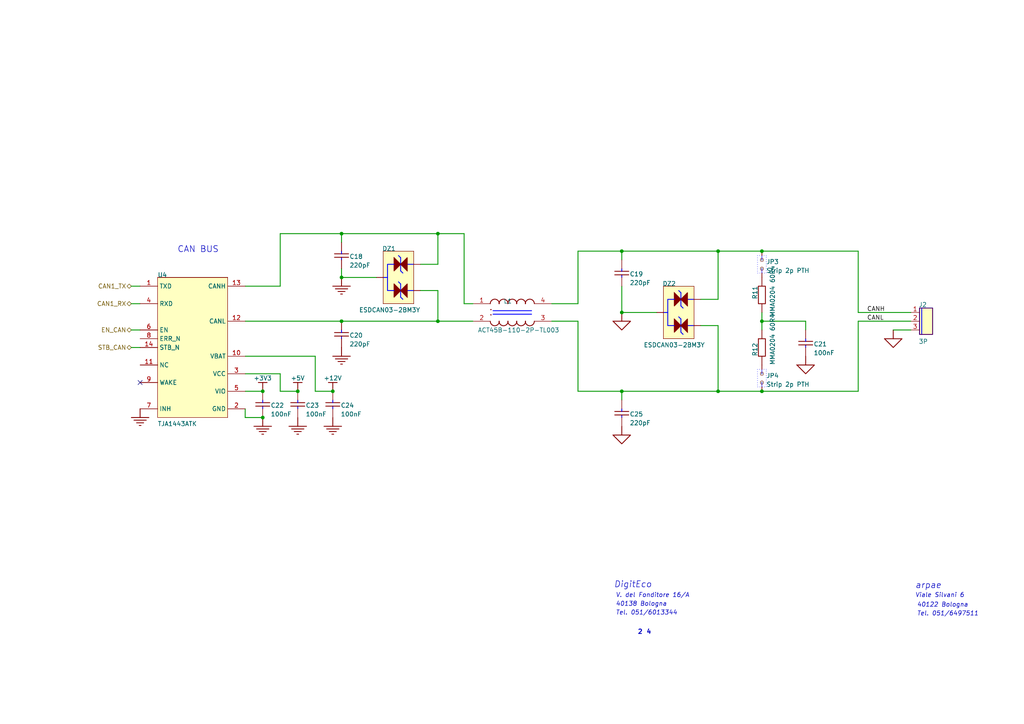
<source format=kicad_sch>
(kicad_sch (version 20230121) (generator eeschema)
  (paper "A4")
  (title_block (title "Stima V4-Power") (rev "1.0"))
  (lib_symbols
    (symbol "Stima V4 Power-altium-import:+12V" (power)
      (property "Reference" "#PWR" (at 0 0 0))
      (property "Value" "+12V" (at 0 3.81 0))
      (symbol "+12V_0_0"
        (polyline (pts (xy -1.27 -2.54) (xy 1.27 -2.54)) (stroke (width 0.254)))
        (polyline (pts (xy 0 0) (xy 0 -2.54)) (stroke (width 0.254)))
        (pin power_in line (at 0 0 0) (length 0) hide (name "+12V") (number ""))
      )
    )
    (symbol "Stima V4 Power-altium-import:+3V3" (power)
      (property "Reference" "#PWR" (at 0 0 0))
      (property "Value" "+3V3" (at 0 3.81 0))
      (symbol "+3V3_0_0"
        (polyline (pts (xy -1.27 -2.54) (xy 1.27 -2.54)) (stroke (width 0.254)))
        (polyline (pts (xy 0 0) (xy 0 -2.54)) (stroke (width 0.254)))
        (pin power_in line (at 0 0 0) (length 0) hide (name "+3V3") (number ""))
      )
    )
    (symbol "Stima V4 Power-altium-import:+5V" (power)
      (property "Reference" "#PWR" (at 0 0 0))
      (property "Value" "+5V" (at 0 3.81 0))
      (symbol "+5V_0_0"
        (polyline (pts (xy -1.27 -2.54) (xy 1.27 -2.54)) (stroke (width 0.254)))
        (polyline (pts (xy 0 0) (xy 0 -2.54)) (stroke (width 0.254)))
        (pin power_in line (at 0 0 0) (length 0) hide (name "+5V") (number ""))
      )
    )
    (symbol "Stima V4 Power-altium-import:EGND" (power)
      (property "Reference" "#PWR" (at 0 0 0))
      (property "Value" "EGND" (at 0 6.35 0))
      (symbol "EGND_0_0"
        (polyline (pts (xy 0 0) (xy 0 -2.54)) (stroke (width 0.254)))
        (polyline (pts (xy -2.54 -2.54) (xy 2.54 -2.54) (xy 0 -5.08) (xy -2.54 -2.54)) (stroke (width 0.254)))
        (pin power_in line (at 0 0 0) (length 0) hide (name "EGND") (number ""))
      )
    )
    (symbol "Stima V4 Power-altium-import:GND" (power)
      (property "Reference" "#PWR" (at 0 0 0))
      (property "Value" "GND" (at 0 6.35 0))
      (symbol "GND_0_0"
        (polyline (pts (xy -2.54 -2.54) (xy 2.54 -2.54)) (stroke (width 0.254)))
        (polyline (pts (xy -1.778 -3.302) (xy 1.778 -3.302)) (stroke (width 0.254)))
        (polyline (pts (xy -1.016 -4.064) (xy 1.016 -4.064)) (stroke (width 0.254)))
        (polyline (pts (xy -0.254 -4.826) (xy 0.254 -4.826)) (stroke (width 0.254)))
        (polyline (pts (xy 0 0) (xy 0 -2.54)) (stroke (width 0.254)))
        (pin power_in line (at 0 0 0) (length 0) hide (name "GND") (number ""))
      )
    )
    (symbol "Stima V4 Power-altium-import:root_0_ACT45B TDK"
      (symbol "root_0_ACT45B TDK_1_0"
        (polyline (pts (xy 5.842 -3.048) (xy 17.018 -3.048)) (stroke (width 0.254) (color 0 0 255 1)))
        (polyline (pts (xy 5.842 -2.032) (xy 17.018 -2.032)) (stroke (width 0.254) (color 0 0 255 1)))
        (arc (start 5.0421 -5.0955) (mid 6.3606 -6.3879) (end 7.658 -5.0743) (stroke (width 0.254)))
        (arc (start 7.5821 -5.0955) (mid 8.9006 -6.3879) (end 10.198 -5.0743) (stroke (width 0.254)))
        (arc (start 7.6579 0.0155) (mid 6.3394 1.3079) (end 5.042 -0.0057) (stroke (width 0.254)))
        (arc (start 10.1221 -5.0955) (mid 11.4406 -6.3879) (end 12.738 -5.0743) (stroke (width 0.254)))
        (arc (start 10.1979 0.0155) (mid 8.8794 1.3079) (end 7.582 -0.0057) (stroke (width 0.254)))
        (arc (start 12.6621 -5.0955) (mid 13.9806 -6.3879) (end 15.278 -5.0743) (stroke (width 0.254)))
        (arc (start 12.7379 0.0155) (mid 11.4194 1.3079) (end 10.122 -0.0057) (stroke (width 0.254)))
        (arc (start 15.2021 -5.0955) (mid 16.5206 -6.3879) (end 17.818 -5.0743) (stroke (width 0.254)))
        (arc (start 15.2779 0.0155) (mid 13.9594 1.3079) (end 12.662 -0.0057) (stroke (width 0.254)))
        (arc (start 17.8179 0.0155) (mid 16.4994 1.3079) (end 15.202 -0.0057) (stroke (width 0.254)))
        (text "." (at 5.588 -3.81 900) (effects (font (size 2.032 2.032)) (justify left bottom)))
        (text "." (at 5.588 -2.286 900) (effects (font (size 2.032 2.032)) (justify left bottom)))
        (pin passive line (at 0 0 0) (length 5.08) (name "1") (number "1"))
        (pin passive line (at 0 -5.08 0) (length 5.08) (name "2") (number "2"))
        (pin passive line (at 22.86 -5.08 180) (length 5.08) (name "3") (number "3"))
        (pin passive line (at 22.86 0 180) (length 5.08) (name "4") (number "4"))
      )
    )
    (symbol "Stima V4 Power-altium-import:root_0_C0603"
      (symbol "root_0_C0603_1_0"
        (polyline (pts (xy -2.032 -0.762) (xy 2.032 -0.762)) (stroke (width 0.254)))
        (polyline (pts (xy 0 -2.54) (xy 0 -1.778)) (stroke (width 0.254) (color 0 0 255 1)))
        (polyline (pts (xy 0 0) (xy 0 -0.762)) (stroke (width 0.254) (color 0 0 255 1)))
        (polyline (pts (xy 2.032 -1.778) (xy -2.032 -1.778)) (stroke (width 0.254)))
        (pin passive line (at 0 2.54 270) (length 2.54) (name "1") (number "1"))
        (pin passive line (at 0 -5.08 90) (length 2.54) (name "2") (number "2"))
      )
    )
    (symbol "Stima V4 Power-altium-import:root_0_JUMP1"
      (symbol "root_0_JUMP1_1_0"
        (polyline (pts (xy 1.27 -3.81) (xy 1.27 -5.08)) (stroke (width 0) (color 0 0 255 1)))
        (polyline (pts (xy 1.27 -1.27) (xy 1.27 0)) (stroke (width 0) (color 0 0 255 1)))
        (polyline (pts (xy 2.54 0) (xy 0 0) (xy 0 -5.08) (xy 2.54 -5.08) (xy 2.54 0)) (stroke (width 0) (type dot) (color 0 0 255 1)))
        (circle (center 1.27 -3.81) (radius 0.508) (stroke (width 0.0001)) (fill (type color) (color 192 192 192 1)))
        (circle (center 1.27 -1.27) (radius 0.508) (stroke (width 0.0001)) (fill (type color) (color 192 192 192 1)))
        (pin passive line (at 1.27 1.27 270) (length 1.27) (name "") (number "1"))
        (pin passive line (at 1.27 -6.35 90) (length 1.27) (name "") (number "2"))
      )
    )
    (symbol "Stima V4 Power-altium-import:root_0_Mors 3p px"
      (symbol "root_0_Mors 3p px_1_0"
        (polyline (pts (xy 0.635 0) (xy 0.635 -7.62)) (stroke (width 0.254) (color 0 0 255 1)))
        (polyline (pts (xy 0 -7.62) (xy 0 0) (xy 3.81 0) (xy 3.81 -7.62) (xy 0 -7.62)) (stroke (width 0.254) (color 0 0 255 1)))
        (rectangle (start 3.81 0) (end 0 -7.62) (fill (type background)))
        (pin passive line (at -2.54 -1.27 0) (length 2.54) (name "1") (number "1"))
        (pin passive line (at -2.54 -3.81 0) (length 2.54) (name "2") (number "2"))
        (pin passive line (at -2.54 -6.35 0) (length 2.54) (name "3") (number "3"))
      )
    )
    (symbol "Stima V4 Power-altium-import:root_0_TJA1443A"
      (symbol "root_0_TJA1443A_1_0"
        (rectangle (start 20.32 0) (end 0 -40.64) (fill (type background)))
        (rectangle (start 20.32 0) (end 0 0) (fill (type background)))
        (pin passive line (at -5.08 -2.54 0) (length 5.08) (name "TXD") (number "1"))
        (pin power_in line (at 25.4 -22.86 180) (length 5.08) (name "VBAT") (number "10"))
        (pin passive line (at -5.08 -25.4 0) (length 5.08) (name "NC") (number "11"))
        (pin passive line (at 25.4 -12.7 180) (length 5.08) (name "CANL") (number "12"))
        (pin passive line (at 25.4 -2.54 180) (length 5.08) (name "CANH") (number "13"))
        (pin input line (at -5.08 -20.32 0) (length 5.08) (name "STB_N") (number "14"))
        (pin power_in line (at 25.4 -38.1 180) (length 5.08) (name "GND") (number "2"))
        (pin power_in line (at 25.4 -27.94 180) (length 5.08) (name "VCC") (number "3"))
        (pin passive line (at -5.08 -7.62 0) (length 5.08) (name "RXD") (number "4"))
        (pin power_in line (at 25.4 -33.02 180) (length 5.08) (name "VIO") (number "5"))
        (pin input line (at -5.08 -15.24 0) (length 5.08) (name "EN") (number "6"))
        (pin passive line (at -5.08 -38.1 0) (length 5.08) (name "INH") (number "7"))
        (pin output line (at -5.08 -17.78 0) (length 5.08) (name "ERR_N") (number "8"))
        (pin passive line (at -5.08 -30.48 0) (length 5.08) (name "WAKE") (number "9"))
      )
    )
    (symbol "Stima V4 Power-altium-import:root_1_Res Melf"
      (symbol "root_1_Res Melf_1_0"
        (rectangle (start 3.556 5.08) (end 1.524 0) (stroke (width 0.254)))
        (pin passive line (at 2.54 -2.54 90) (length 2.54) (name "1") (number "1"))
        (pin passive line (at 2.54 7.62 270) (length 2.54) (name "2") (number "2"))
      )
    )
    (symbol "Stima V4 Power-altium-import:root_1_mirrored_Transil bidirez doppio ESDCAN"
      (symbol "root_1_mirrored_Transil bidirez doppio ESDCAN_1_0"
        (polyline (pts (xy -5.715 3.81) (xy -4.445 3.81)) (stroke (width 0.254) (color 0 0 255 1)))
        (polyline (pts (xy -0.635 -1.905) (xy 0 -2.54)) (stroke (width 0.254) (color 0 0 255 1)))
        (polyline (pts (xy -0.635 1.905) (xy -1.27 2.54)) (stroke (width 0.254) (color 0 0 255 1)))
        (polyline (pts (xy -0.635 1.905) (xy -0.635 -1.905)) (stroke (width 0.254) (color 0 0 255 1)))
        (polyline (pts (xy -0.635 5.715) (xy 0 5.08)) (stroke (width 0.254) (color 0 0 255 1)))
        (polyline (pts (xy -0.635 9.525) (xy -1.27 10.16)) (stroke (width 0.254) (color 0 0 255 1)))
        (polyline (pts (xy -0.635 9.525) (xy -0.635 5.715)) (stroke (width 0.254) (color 0 0 255 1)))
        (polyline (pts (xy 1.27 0) (xy 3.175 0)) (stroke (width 0.254) (color 0 0 255 1)))
        (polyline (pts (xy 1.27 7.62) (xy 3.175 7.62)) (stroke (width 0.254) (color 0 0 255 1)))
        (polyline (pts (xy -2.54 0) (xy -4.445 0) (xy -4.445 7.62) (xy -2.54 7.62)) (stroke (width 0.254) (color 0 0 255 1)))
        (polyline (pts (xy -2.54 1.905) (xy -0.635 0) (xy -2.54 -1.905) (xy -2.54 1.905)) (stroke (width 0.254)) (fill (type outline)))
        (polyline (pts (xy -2.54 9.525) (xy -0.635 7.62) (xy -2.54 5.715) (xy -2.54 9.525)) (stroke (width 0.254)) (fill (type outline)))
        (polyline (pts (xy 1.27 -1.905) (xy -0.635 0) (xy 1.27 1.905) (xy 1.27 -1.905)) (stroke (width 0.254)) (fill (type outline)))
        (polyline (pts (xy 1.27 5.715) (xy -0.635 7.62) (xy 1.27 9.525) (xy 1.27 5.715)) (stroke (width 0.254)) (fill (type outline)))
        (rectangle (start 3.175 11.43) (end -5.715 -3.81) (fill (type background)))
        (pin passive line (at 5.08 0 180) (length 1.905) (name "A/K") (number "1"))
        (pin passive line (at 5.08 7.62 180) (length 1.905) (name "A/K") (number "2"))
        (pin passive line (at -7.62 3.81 0) (length 1.905) (name "A/K") (number "3"))
      )
    )
    (symbol "Stima V4 Power-altium-import:root_2_C0603"
      (symbol "root_2_C0603_1_0"
        (polyline (pts (xy -2.032 1.778) (xy 2.032 1.778)) (stroke (width 0.254)))
        (polyline (pts (xy 0 0) (xy 0 0.762)) (stroke (width 0.254) (color 0 0 255 1)))
        (polyline (pts (xy 0 2.54) (xy 0 1.778)) (stroke (width 0.254) (color 0 0 255 1)))
        (polyline (pts (xy 2.032 0.762) (xy -2.032 0.762)) (stroke (width 0.254)))
        (pin passive line (at 0 -2.54 90) (length 2.54) (name "1") (number "1"))
        (pin passive line (at 0 5.08 270) (length 2.54) (name "2") (number "2"))
      )
    )
  )
  (junction (at 180.34 72.8472))
  (junction (at 180.34 90.6272))
  (junction (at 127 67.7672))
  (junction (at 76.2 121.1072))
  (junction (at 220.98 93.1672))
  (junction (at 99.06 67.7672))
  (junction (at 220.98 72.8472))
  (junction (at 96.52 113.4872))
  (junction (at 86.36 113.4872))
  (junction (at 76.2 113.4872))
  (junction (at 208.28 72.8472))
  (junction (at 208.28 113.4872))
  (junction (at 127 93.1672))
  (junction (at 180.34 113.4872))
  (junction (at 220.98 113.4872))
  (junction (at 99.06 80.4672))
  (junction (at 99.06 93.1672))
  (no_connect (at 40.64 110.9472))
  (wire (pts (xy 81.28 83.0072) (xy 81.28 67.7672)) (stroke (width 0.254)))
  (wire (pts (xy 233.68 93.1672) (xy 233.68 95.7072)) (stroke (width 0.254)))
  (wire (pts (xy 167.64 93.1672) (xy 167.64 113.4872)) (stroke (width 0.254)))
  (wire (pts (xy 180.34 72.8472) (xy 208.28 72.8472)) (stroke (width 0.254)))
  (wire (pts (xy 81.28 67.7672) (xy 99.06 67.7672)) (stroke (width 0.254)))
  (wire (pts (xy 208.28 113.4872) (xy 208.28 94.4372)) (stroke (width 0.254)))
  (wire (pts (xy 134.62 67.7672) (xy 134.62 88.0872)) (stroke (width 0.254)))
  (wire (pts (xy 109.22 80.4672) (xy 99.06 80.4672)) (stroke (width 0.254)))
  (wire (pts (xy 38.1 95.7072) (xy 40.64 95.7072)) (stroke (width 0.254)))
  (wire (pts (xy 208.28 72.8472) (xy 208.28 86.8172)) (stroke (width 0.254)))
  (wire (pts (xy 121.92 76.6572) (xy 127 76.6572)) (stroke (width 0.254)))
  (wire (pts (xy 248.92 93.1672) (xy 264.16 93.1672)) (stroke (width 0.254)))
  (wire (pts (xy 99.06 93.1672) (xy 127 93.1672)) (stroke (width 0.254)))
  (wire (pts (xy 167.64 113.4872) (xy 180.34 113.4872)) (stroke (width 0.254)))
  (wire (pts (xy 220.98 93.1672) (xy 233.68 93.1672)) (stroke (width 0.254)))
  (wire (pts (xy 220.98 72.8472) (xy 248.92 72.8472)) (stroke (width 0.254)))
  (wire (pts (xy 160.02 93.1672) (xy 167.64 93.1672)) (stroke (width 0.254)))
  (wire (pts (xy 180.34 113.4872) (xy 208.28 113.4872)) (stroke (width 0.254)))
  (wire (pts (xy 167.64 88.0872) (xy 167.64 72.8472)) (stroke (width 0.254)))
  (wire (pts (xy 38.1 100.7872) (xy 40.64 100.7872)) (stroke (width 0.254)))
  (wire (pts (xy 248.92 90.6272) (xy 264.16 90.6272)) (stroke (width 0.254)))
  (wire (pts (xy 127 93.1672) (xy 137.16 93.1672)) (stroke (width 0.254)))
  (wire (pts (xy 71.12 83.0072) (xy 81.28 83.0072)) (stroke (width 0.254)))
  (wire (pts (xy 91.44 113.4872) (xy 96.52 113.4872)) (stroke (width 0.254)))
  (wire (pts (xy 71.12 93.1672) (xy 99.06 93.1672)) (stroke (width 0.254)))
  (wire (pts (xy 81.28 108.4072) (xy 81.28 113.4872)) (stroke (width 0.254)))
  (wire (pts (xy 71.12 118.5672) (xy 71.12 121.1072)) (stroke (width 0.254)))
  (wire (pts (xy 38.1 88.0872) (xy 40.64 88.0872)) (stroke (width 0.254)))
  (wire (pts (xy 167.64 72.8472) (xy 180.34 72.8472)) (stroke (width 0.254)))
  (wire (pts (xy 99.06 67.7672) (xy 99.06 70.3072)) (stroke (width 0.254)))
  (wire (pts (xy 81.28 113.4872) (xy 86.36 113.4872)) (stroke (width 0.254)))
  (wire (pts (xy 71.12 121.1072) (xy 76.2 121.1072)) (stroke (width 0.254)))
  (wire (pts (xy 99.06 80.4672) (xy 99.06 77.9272)) (stroke (width 0.254)))
  (wire (pts (xy 180.34 90.6272) (xy 180.34 83.0072)) (stroke (width 0.254)))
  (wire (pts (xy 220.98 95.7072) (xy 220.98 93.1672)) (stroke (width 0.254)))
  (wire (pts (xy 134.62 88.0872) (xy 137.16 88.0872)) (stroke (width 0.254)))
  (wire (pts (xy 127 67.7672) (xy 134.62 67.7672)) (stroke (width 0.254)))
  (wire (pts (xy 38.1 83.0072) (xy 40.64 83.0072)) (stroke (width 0.254)))
  (wire (pts (xy 208.28 72.8472) (xy 220.98 72.8472)) (stroke (width 0.254)))
  (wire (pts (xy 180.34 90.6272) (xy 190.5 90.6272)) (stroke (width 0.254)))
  (wire (pts (xy 127 84.2772) (xy 127 93.1672)) (stroke (width 0.254)))
  (wire (pts (xy 127 76.6572) (xy 127 67.7672)) (stroke (width 0.254)))
  (wire (pts (xy 121.92 84.2772) (xy 127 84.2772)) (stroke (width 0.254)))
  (wire (pts (xy 208.28 94.4372) (xy 203.2 94.4372)) (stroke (width 0.254)))
  (wire (pts (xy 180.34 72.8472) (xy 180.34 75.3872)) (stroke (width 0.254)))
  (wire (pts (xy 220.98 93.1672) (xy 220.98 90.6272)) (stroke (width 0.254)))
  (wire (pts (xy 180.34 116.0272) (xy 180.34 113.4872)) (stroke (width 0.254)))
  (wire (pts (xy 259.08 95.7072) (xy 264.16 95.7072)) (stroke (width 0.254)))
  (wire (pts (xy 208.28 86.8172) (xy 203.2 86.8172)) (stroke (width 0.254)))
  (wire (pts (xy 248.92 72.8472) (xy 248.92 90.6272)) (stroke (width 0.254)))
  (wire (pts (xy 208.28 113.4872) (xy 220.98 113.4872)) (stroke (width 0.254)))
  (wire (pts (xy 71.12 108.4072) (xy 81.28 108.4072)) (stroke (width 0.254)))
  (wire (pts (xy 71.12 103.3272) (xy 91.44 103.3272)) (stroke (width 0.254)))
  (wire (pts (xy 91.44 103.3272) (xy 91.44 113.4872)) (stroke (width 0.254)))
  (wire (pts (xy 99.06 67.7672) (xy 127 67.7672)) (stroke (width 0.254)))
  (wire (pts (xy 220.98 113.4872) (xy 248.92 113.4872)) (stroke (width 0.254)))
  (wire (pts (xy 160.02 88.0872) (xy 167.64 88.0872)) (stroke (width 0.254)))
  (wire (pts (xy 71.12 113.4872) (xy 76.2 113.4872)) (stroke (width 0.254)))
  (wire (pts (xy 248.92 113.4872) (xy 248.92 93.1672)) (stroke (width 0.254)))
  (text "arpae" (at 265.43 170.942 0) (effects (font (size 1.778 1.778) italic) (justify left bottom)))
  (text "4" (at 188.976 184.15 0) (effects (font (size 1.27 1.27) bold) (justify right bottom)))
  (text "CAN BUS" (at 51.435 73.4822 0) (effects (font (size 1.778 1.778)) (justify left bottom)))
  (text "Viale Silvani 6" (at 265.43 173.482 0) (effects (font (size 1.27 1.27) italic) (justify left bottom)))
  (text "Tel. 051/6497511" (at 265.938 178.816 0) (effects (font (size 1.27 1.27) italic) (justify left bottom)))
  (text "${#}" (at 184.912 184.15 0) (effects (font (size 1.27 1.27) bold) (justify left bottom)))
  (text "40138 Bologna" (at 178.562 176.022 0) (effects (font (size 1.27 1.27) italic) (justify left bottom)))
  (text "V. del Fonditore 16/A" (at 178.562 173.482 0) (effects (font (size 1.27 1.27) italic) (justify left bottom)))
  (text "Tel. 051/6013344" (at 178.562 178.562 0) (effects (font (size 1.27 1.27) italic) (justify left bottom)))
  (text "DigitEco" (at 178.054 170.688 0) (effects (font (size 1.778 1.778) italic) (justify left bottom)))
  (text "40122 Bologna" (at 265.938 176.276 0) (effects (font (size 1.27 1.27) italic) (justify left bottom)))
  (label "CANH" (at 251.46 90.6272 180))
  (label "CANL" (at 251.46 93.1672 180))
  (hierarchical_label "CAN1_RX" (shape bidirectional) (at 38.1 88.0872 180))
  (hierarchical_label "EN_CAN" (shape bidirectional) (at 38.1 95.7072 180))
  (hierarchical_label "CAN1_TX" (shape bidirectional) (at 38.1 83.0072 180))
  (hierarchical_label "STB_CAN" (shape bidirectional) (at 38.1 100.7872 180))
  (symbol (lib_id "Stima V4 Power-altium-import:root_0_C0603") (at 86.36 116.0272 0) (unit 1)
    (property "Reference" "C23" (at 88.646 118.3132 0) (effects (justify left bottom)))
    (property "Value" "100nF" (at 88.646 120.8532 0) (effects (justify left bottom)))
    (property "Footprint" "0603" (effects hide))
    (property "PACKAGE REFERENCE" "0603" (effects hide))
    (property "TYPE" "Multistrato X5R/X7R" (effects hide))
    (property "ALTIUM_VALUE" "100nF" (effects hide))
    (property "VOLTAGE" "50V" (effects hide))
  )
  (symbol (lib_id "Stima V4 Power-altium-import:root_1_mirrored_Transil bidirez doppio ESDCAN") (at 198.12 94.4372 0) (unit 1)
    (property "Reference" "DZ2" (at 192.151 83.0072 0) (effects (justify left bottom)))
    (property "Value" "ESDCAN03-2BM3Y" (at 186.69 100.7872 0) (effects (justify left bottom)))
    (property "Footprint" "QFN-3L-DFN1110-MIO" (effects hide))
    (property "PACKAGE REFERENCE" "QFN-3L also called DFN1110" (effects hide))
  )
  (symbol (lib_id "Stima V4 Power-altium-import:+5V") (at 86.36 113.4872 180) (unit 1)
    (property "Reference" "#PWR?" (effects hide))
    (property "Value" "+5V" (at 86.36 109.6772 0))
  )
  (symbol (lib_id "Stima V4 Power-altium-import:GND") (at 76.2 121.1072 0) (unit 1)
    (property "Reference" "#PWR?" (effects hide))
    (property "Value" "GND" (effects hide))
  )
  (symbol (lib_id "Stima V4 Power-altium-import:root_0_JUMP1") (at 219.71 74.1172 0) (unit 1)
    (property "Reference" "JP3" (at 222.25 76.6572 0) (effects (justify left bottom)))
    (property "Value" "Strip 2p PTH" (at 222.25 79.1972 0) (effects (justify left bottom)))
    (property "Footprint" "STRIP2P" (effects hide))
    (property "PACKAGE REFERENCE" "PTH" (effects hide))
  )
  (symbol (lib_id "Stima V4 Power-altium-import:root_2_C0603") (at 96.52 118.5672 0) (unit 1)
    (property "Reference" "C24" (at 98.806 118.3132 0) (effects (justify left bottom)))
    (property "Value" "100nF" (at 98.806 120.8532 0) (effects (justify left bottom)))
    (property "Footprint" "0603" (effects hide))
    (property "PACKAGE REFERENCE" "0603" (effects hide))
    (property "TYPE" "Multistrato X5R/X7R" (effects hide))
    (property "ALTIUM_VALUE" "100nF" (effects hide))
    (property "VOLTAGE" "50V" (effects hide))
  )
  (symbol (lib_id "Stima V4 Power-altium-import:root_2_C0603") (at 99.06 98.2472 0) (unit 1)
    (property "Reference" "C20" (at 101.346 97.9932 0) (effects (justify left bottom)))
    (property "Value" "220pF" (at 101.346 100.5332 0) (effects (justify left bottom)))
    (property "Footprint" "0603" (effects hide))
    (property "PACKAGE REFERENCE" "0603" (effects hide))
    (property "TYPE" "Multistrato X5R/X7R" (effects hide))
    (property "ALTIUM_VALUE" "220pF" (effects hide))
    (property "VOLTAGE" "50V" (effects hide))
  )
  (symbol (lib_id "Stima V4 Power-altium-import:root_1_Res Melf") (at 218.44 103.3272 0) (unit 1)
    (property "Reference" "R12" (at 219.71 103.3272 90) (effects (justify left bottom)))
    (property "Value" "MMA0204 60R4" (at 224.79 105.8672 90) (effects (justify left bottom)))
    (property "Footprint" "MELFRESMMA0204" (effects hide))
    (property "ALTIUM_VALUE" "60R4" (effects hide))
    (property "PRECISION" "1%" (effects hide))
    (property "PACKAGE REFERENCE" "MELF" (effects hide))
    (property "POWER" "0.4W" (effects hide))
  )
  (symbol (lib_id "Stima V4 Power-altium-import:+12V") (at 96.52 113.4872 180) (unit 1)
    (property "Reference" "#PWR?" (effects hide))
    (property "Value" "+12V" (at 96.52 109.6772 0))
  )
  (symbol (lib_id "Stima V4 Power-altium-import:EGND") (at 233.68 103.3272 0) (unit 1)
    (property "Reference" "#PWR?" (effects hide))
    (property "Value" "EGND" (effects hide))
  )
  (symbol (lib_id "Stima V4 Power-altium-import:GND") (at 96.52 121.1072 0) (unit 1)
    (property "Reference" "#PWR?" (effects hide))
    (property "Value" "GND" (effects hide))
  )
  (symbol (lib_id "Stima V4 Power-altium-import:EGND") (at 180.34 90.6272 0) (unit 1)
    (property "Reference" "#PWR?" (effects hide))
    (property "Value" "EGND" (effects hide))
  )
  (symbol (lib_id "Stima V4 Power-altium-import:GND") (at 99.06 100.7872 0) (unit 1)
    (property "Reference" "#PWR?" (effects hide))
    (property "Value" "GND" (effects hide))
  )
  (symbol (lib_id "Stima V4 Power-altium-import:GND") (at 86.36 121.1072 0) (unit 1)
    (property "Reference" "#PWR?" (effects hide))
    (property "Value" "GND" (effects hide))
  )
  (symbol (lib_id "Stima V4 Power-altium-import:root_1_Res Melf") (at 218.44 88.0872 0) (unit 1)
    (property "Reference" "R11" (at 219.71 86.8172 90) (effects (justify left bottom)))
    (property "Value" "MMA0204 60R4" (at 224.79 91.8972 90) (effects (justify left bottom)))
    (property "Footprint" "MELFRESMMA0204" (effects hide))
    (property "ALTIUM_VALUE" "60R4" (effects hide))
    (property "PRECISION" "1%" (effects hide))
    (property "PACKAGE REFERENCE" "MELF" (effects hide))
    (property "POWER" "0.4W" (effects hide))
  )
  (symbol (lib_id "Stima V4 Power-altium-import:root_2_C0603") (at 180.34 121.1072 0) (unit 1)
    (property "Reference" "C25" (at 182.626 120.8532 0) (effects (justify left bottom)))
    (property "Value" "220pF" (at 182.626 123.3932 0) (effects (justify left bottom)))
    (property "Footprint" "0603" (effects hide))
    (property "PACKAGE REFERENCE" "0603" (effects hide))
    (property "TYPE" "Multistrato X5R/X7R" (effects hide))
    (property "ALTIUM_VALUE" "220pF" (effects hide))
    (property "VOLTAGE" "50V" (effects hide))
  )
  (symbol (lib_id "Stima V4 Power-altium-import:root_0_Mors 3p px") (at 266.7 89.3572 0) (unit 1)
    (property "Reference" "J2" (at 266.446 89.1032 0) (effects (justify left bottom)))
    (property "Value" "3P" (at 266.446 99.7712 0) (effects (justify left bottom)))
    (property "Footprint" "CONN_3P-P381" (effects hide))
    (property "PACKAGE REFERENCE" "PTH" (effects hide))
    (property "TYPE" "Sauro" (effects hide))
  )
  (symbol (lib_id "Stima V4 Power-altium-import:EGND") (at 180.34 123.6472 0) (unit 1)
    (property "Reference" "#PWR?" (effects hide))
    (property "Value" "EGND" (effects hide))
  )
  (symbol (lib_id "Stima V4 Power-altium-import:root_0_ACT45B TDK") (at 137.16 88.0872 0) (unit 1)
    (property "Reference" "L1" (at 146.05 88.0872 0) (effects (justify left bottom)))
    (property "Value" "ACT45B-110-2P-TL003" (at 138.565 96.4692 0) (effects (justify left bottom)))
    (property "Footprint" "ACT45B TDK-MIO" (effects hide))
    (property "PACKAGE REFERENCE" "SMD" (effects hide))
  )
  (symbol (lib_id "Stima V4 Power-altium-import:GND") (at 99.06 80.4672 0) (unit 1)
    (property "Reference" "#PWR?" (effects hide))
    (property "Value" "GND" (effects hide))
  )
  (symbol (lib_id "Stima V4 Power-altium-import:root_2_C0603") (at 233.68 100.7872 0) (unit 1)
    (property "Reference" "C21" (at 235.966 100.5332 0) (effects (justify left bottom)))
    (property "Value" "100nF" (at 235.966 103.0732 0) (effects (justify left bottom)))
    (property "Footprint" "0603" (effects hide))
    (property "PACKAGE REFERENCE" "0603" (effects hide))
    (property "TYPE" "Multistrato X5R/X7R" (effects hide))
    (property "ALTIUM_VALUE" "100nF" (effects hide))
    (property "VOLTAGE" "50V" (effects hide))
  )
  (symbol (lib_id "Stima V4 Power-altium-import:root_0_C0603") (at 76.2 116.0272 0) (unit 1)
    (property "Reference" "C22" (at 78.486 118.3132 0) (effects (justify left bottom)))
    (property "Value" "100nF" (at 78.486 120.8532 0) (effects (justify left bottom)))
    (property "Footprint" "0603" (effects hide))
    (property "PACKAGE REFERENCE" "0603" (effects hide))
    (property "TYPE" "Multistrato X5R/X7R" (effects hide))
    (property "ALTIUM_VALUE" "100nF" (effects hide))
    (property "VOLTAGE" "50V" (effects hide))
  )
  (symbol (lib_id "Stima V4 Power-altium-import:GND") (at 40.64 118.5672 0) (unit 1)
    (property "Reference" "#PWR?" (effects hide))
    (property "Value" "GND" (effects hide))
  )
  (symbol (lib_id "Stima V4 Power-altium-import:root_2_C0603") (at 180.34 80.4672 0) (unit 1)
    (property "Reference" "C19" (at 182.626 80.2132 0) (effects (justify left bottom)))
    (property "Value" "220pF" (at 182.626 82.7532 0) (effects (justify left bottom)))
    (property "Footprint" "0603" (effects hide))
    (property "PACKAGE REFERENCE" "0603" (effects hide))
    (property "TYPE" "Multistrato X5R/X7R" (effects hide))
    (property "ALTIUM_VALUE" "220pF" (effects hide))
    (property "VOLTAGE" "50V" (effects hide))
  )
  (symbol (lib_id "Stima V4 Power-altium-import:EGND") (at 259.08 95.7072 0) (unit 1)
    (property "Reference" "#PWR?" (effects hide))
    (property "Value" "EGND" (effects hide))
  )
  (symbol (lib_id "Stima V4 Power-altium-import:root_1_mirrored_Transil bidirez doppio ESDCAN") (at 116.84 84.2772 0) (unit 1)
    (property "Reference" "DZ1" (at 110.871 72.8472 0) (effects (justify left bottom)))
    (property "Value" "ESDCAN03-2BM3Y" (at 104.14 90.6272 0) (effects (justify left bottom)))
    (property "Footprint" "QFN-3L-DFN1110-MIO" (effects hide))
    (property "PACKAGE REFERENCE" "QFN-3L also called DFN1110" (effects hide))
  )
  (symbol (lib_id "Stima V4 Power-altium-import:root_0_TJA1443A") (at 45.72 80.4672 0) (unit 1)
    (property "Reference" "U4" (at 45.72 80.4672 0) (effects (justify left bottom)))
    (property "Value" "TJA1443ATK" (at 45.72 123.6472 0) (effects (justify left bottom)))
    (property "Footprint" "HVSON14 MIO" (effects hide))
    (property "PACKAGE REFERENCE" "HVSON14" (effects hide))
    (property "PACKAGE" "AT=SO14" (effects hide))
  )
  (symbol (lib_id "Stima V4 Power-altium-import:+3V3") (at 76.2 113.4872 180) (unit 1)
    (property "Reference" "#PWR?" (effects hide))
    (property "Value" "+3V3" (at 76.2 109.6772 0))
  )
  (symbol (lib_id "Stima V4 Power-altium-import:root_2_C0603") (at 99.06 75.3872 0) (unit 1)
    (property "Reference" "C18" (at 101.346 75.1332 0) (effects (justify left bottom)))
    (property "Value" "220pF" (at 101.346 77.6732 0) (effects (justify left bottom)))
    (property "Footprint" "0603" (effects hide))
    (property "PACKAGE REFERENCE" "0603" (effects hide))
    (property "TYPE" "Multistrato X5R/X7R" (effects hide))
    (property "ALTIUM_VALUE" "220pF" (effects hide))
    (property "VOLTAGE" "50V" (effects hide))
  )
  (symbol (lib_id "Stima V4 Power-altium-import:root_0_JUMP1") (at 219.71 107.1372 0) (unit 1)
    (property "Reference" "JP4" (at 222.25 109.6772 0) (effects (justify left bottom)))
    (property "Value" "Strip 2p PTH" (at 222.25 112.2172 0) (effects (justify left bottom)))
    (property "Footprint" "STRIP2P" (effects hide))
    (property "PACKAGE REFERENCE" "PTH" (effects hide))
  )
)
</source>
